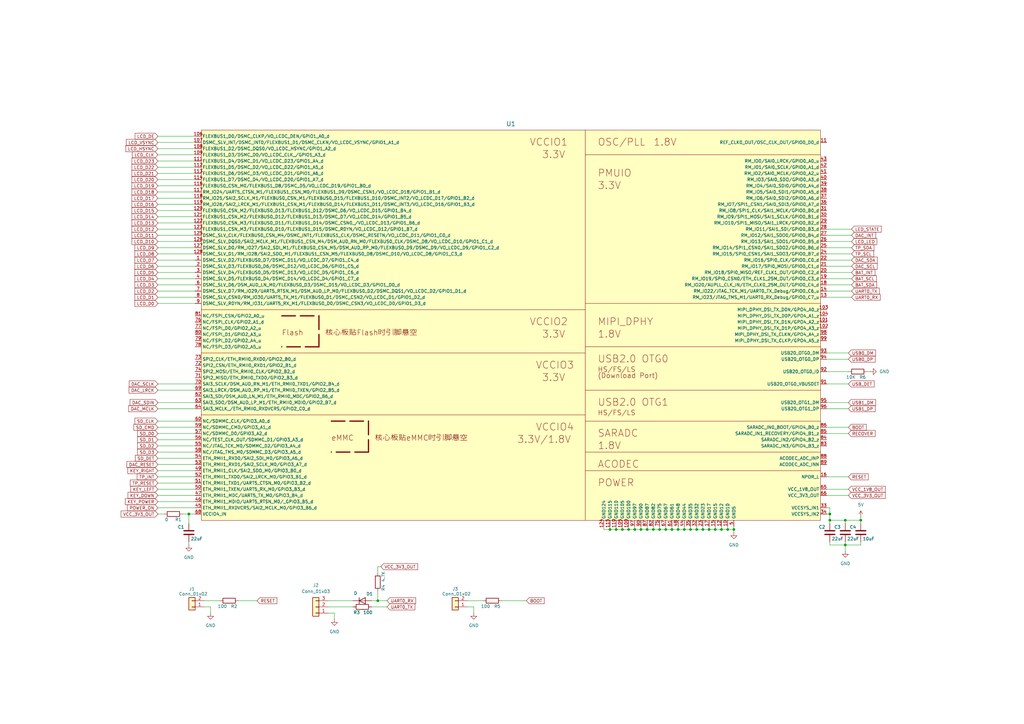
<source format=kicad_sch>
(kicad_sch (version 20250114) (generator "eeschema") (generator_version "9.0")
  (paper "A3")
  (lib_symbols
    (symbol "Connector_Generic:Conn_01x02" (pin_names (offset 1.016) (hide yes))
      (property "Reference" "J" (at 0 2.54 0))
      (property "Value" "Conn_01x02" (at 0 -5.08 0))
      (symbol "Conn_01x02_1_1"
        (rectangle (start -1.27 1.27) (end 1.27 -3.81) (stroke (width 0.254)) (fill (type background)))
        (rectangle (start -1.27 0.127) (end 0 -0.127) (stroke (width 0.1524)))
        (rectangle (start -1.27 -2.413) (end 0 -2.667) (stroke (width 0.1524)))
        (pin passive line (at -5.08 0 0) (length 3.81) (name "Pin_1") (number "1"))
        (pin passive line (at -5.08 -2.54 0) (length 3.81) (name "Pin_2") (number "2"))
      )
    )
    (symbol "Connector_Generic:Conn_01x03" (pin_names (offset 1.016) (hide yes))
      (property "Reference" "J" (at 0 5.08 0))
      (property "Value" "Conn_01x03" (at 0 -5.08 0))
      (symbol "Conn_01x03_1_1"
        (rectangle (start -1.27 3.81) (end 1.27 -3.81) (stroke (width 0.254)) (fill (type background)))
        (rectangle (start -1.27 2.667) (end 0 2.413) (stroke (width 0.1524)))
        (rectangle (start -1.27 0.127) (end 0 -0.127) (stroke (width 0.1524)))
        (rectangle (start -1.27 -2.413) (end 0 -2.667) (stroke (width 0.1524)))
        (pin passive line (at -5.08 2.54 0) (length 3.81) (name "Pin_1") (number "1"))
        (pin passive line (at -5.08 0 0) (length 3.81) (name "Pin_2") (number "2"))
        (pin passive line (at -5.08 -2.54 0) (length 3.81) (name "Pin_3") (number "3"))
      )
    )
    (symbol "Device:C" (pin_numbers (hide yes)) (pin_names (offset 0.254))
      (property "Reference" "C" (at 0.635 2.54 0))
      (property "Value" "C" (at 0.635 -2.54 0))
      (symbol "C_0_1"
        (polyline (pts (xy -2.032 0.762) (xy 2.032 0.762)) (stroke (width 0.508)))
        (polyline (pts (xy -2.032 -0.762) (xy 2.032 -0.762)) (stroke (width 0.508)))
      )
      (symbol "C_1_1"
        (pin passive line (at 0 3.81 270) (length 2.794) (name "~") (number "1"))
        (pin passive line (at 0 -3.81 90) (length 2.794) (name "~") (number "2"))
      )
    )
    (symbol "Device:D" (pin_numbers (hide yes)) (pin_names (offset 1.016) (hide yes))
      (property "Reference" "D" (at 0 2.54 0))
      (property "Value" "D" (at 0 -2.54 0))
      (symbol "D_0_1"
        (polyline (pts (xy -1.27 1.27) (xy -1.27 -1.27)) (stroke (width 0.254)))
        (polyline (pts (xy 1.27 1.27) (xy 1.27 -1.27) (xy -1.27 0) (xy 1.27 1.27)) (stroke (width 0.254)))
        (polyline (pts (xy 1.27 0) (xy -1.27 0)))
      )
      (symbol "D_1_1"
        (pin passive line (at -3.81 0 0) (length 2.54) (name "K") (number "1"))
        (pin passive line (at 3.81 0 180) (length 2.54) (name "A") (number "2"))
      )
    )
    (symbol "Device:R" (pin_numbers (hide yes)) (pin_names (offset 0))
      (property "Reference" "R" (at 2.032 0 90))
      (property "Value" "R" (at 0 0 90))
      (symbol "R_0_1"
        (rectangle (start -1.016 -2.54) (end 1.016 2.54) (stroke (width 0.254)))
      )
      (symbol "R_1_1"
        (pin passive line (at 0 3.81 270) (length 1.27) (name "~") (number "1"))
        (pin passive line (at 0 -3.81 90) (length 1.27) (name "~") (number "2"))
      )
    )
    (symbol "coloryr:SOM3562_18"
      (property "Reference" "M" (at 0 0 0))
      (symbol "SOM3562_18_1_0"
        (polyline (pts (xy 0 -73.66) (xy 157.48 -73.66)))
        (polyline (pts (xy 0 -91.44) (xy 157.48 -91.44)))
        (polyline (pts (xy 0 -116.84) (xy 157.48 -116.84)))
        (polyline (pts (xy 33.02 -76.2) (xy 48.26 -76.2)) (stroke (width 0.508) (type dash)))
        (polyline (pts (xy 48.26 -76.2) (xy 48.26 -88.9)) (stroke (width 0.508) (type dash)))
        (polyline (pts (xy 48.26 -88.9) (xy 33.02 -88.9)) (stroke (width 0.508) (type dash)))
        (polyline (pts (xy 53.34 -119.38) (xy 68.58 -119.38)) (stroke (width 0.508) (type dash)))
        (polyline (pts (xy 68.58 -119.38) (xy 68.58 -132.08)) (stroke (width 0.508) (type dash)))
        (polyline (pts (xy 68.58 -132.08) (xy 53.34 -132.08)) (stroke (width 0.508) (type dash)))
        (polyline (pts (xy 157.48 0) (xy 157.48 -160.02)))
        (rectangle (start 254 0) (end 0 -160.02) (stroke (width 0) (color 128 0 0 1)) (fill (type background)))
        (polyline (pts (xy 254 -10.16) (xy 157.48 -10.16)))
        (polyline (pts (xy 254 -71.12) (xy 157.48 -71.12)))
        (polyline (pts (xy 254 -88.9) (xy 157.48 -88.9)))
        (polyline (pts (xy 254 -106.68) (xy 157.48 -106.68)))
        (polyline (pts (xy 254 -119.38) (xy 157.48 -119.38)))
        (polyline (pts (xy 254 -132.08) (xy 157.48 -132.08)))
        (polyline (pts (xy 254 -139.7) (xy 157.48 -139.7)))
        (text "Flash" (at 33.02 -84.328 0) (effects (font (size 2.1844 2.1844)) (justify left bottom)))
        (text "核心板贴Flash时引脚悬空" (at 50.8 -84.328 0) (effects (font (size 2.1844 2.1844)) (justify left bottom)))
        (text "eMMC" (at 53.34 -127.508 0) (effects (font (size 2.1844 2.1844)) (justify left bottom)))
        (text "核心板贴eMMC时引脚悬空" (at 71.12 -127.508 0) (effects (font (size 2.1844 2.1844)) (justify left bottom)))
        (text "3.3V/1.8V" (at 129.54 -128.524 0) (effects (font (size 2.921 2.921)) (justify left bottom)))
        (text "VCCIO1" (at 134.62 -6.604 0) (effects (font (size 2.921 2.921)) (justify left bottom)))
        (text "VCCIO2" (at 134.62 -80.264 0) (effects (font (size 2.921 2.921)) (justify left bottom)))
        (text "VCCIO3" (at 137.16 -98.044 0) (effects (font (size 2.921 2.921)) (justify left bottom)))
        (text "VCCIO4" (at 137.16 -123.444 0) (effects (font (size 2.921 2.921)) (justify left bottom)))
        (text "3.3V" (at 139.7 -11.684 0) (effects (font (size 2.921 2.921)) (justify left bottom)))
        (text "3.3V" (at 139.7 -85.344 0) (effects (font (size 2.921 2.921)) (justify left bottom)))
        (text "3.3V" (at 139.7 -103.124 0) (effects (font (size 2.921 2.921)) (justify left bottom)))
        (text "OSC/PLL" (at 162.56 -6.604 0) (effects (font (size 2.921 2.921)) (justify left bottom)))
        (text "PMUIO" (at 162.56 -19.304 0) (effects (font (size 2.921 2.921)) (justify left bottom)))
        (text "3.3V" (at 162.56 -24.384 0) (effects (font (size 2.921 2.921)) (justify left bottom)))
        (text "MIPI_DPHY" (at 162.56 -80.264 0) (effects (font (size 2.921 2.921)) (justify left bottom)))
        (text "1.8V" (at 162.56 -85.344 0) (effects (font (size 2.921 2.921)) (justify left bottom)))
        (text "USB2.0 OTG0" (at 162.56 -95.504 0) (effects (font (size 2.921 2.921)) (justify left bottom)))
        (text "HS/FS/LS" (at 162.56 -99.314 0) (effects (font (size 2.0066 2.0066)) (justify left bottom)))
        (text "(Download Port)" (at 162.56 -101.854 0) (effects (font (size 2.0066 2.0066)) (justify left bottom)))
        (text "USB2.0 OTG1" (at 162.56 -113.284 0) (effects (font (size 2.921 2.921)) (justify left bottom)))
        (text "HS/FS/LS" (at 162.56 -117.094 0) (effects (font (size 2.0066 2.0066)) (justify left bottom)))
        (text "SARADC" (at 162.56 -125.984 0) (effects (font (size 2.921 2.921)) (justify left bottom)))
        (text "1.8V" (at 162.56 -131.064 0) (effects (font (size 2.921 2.921)) (justify left bottom)))
        (text "ACODEC" (at 162.56 -138.684 0) (effects (font (size 2.921 2.921)) (justify left bottom)))
        (text "POWER" (at 162.56 -146.304 0) (effects (font (size 2.921 2.921)) (justify left bottom)))
        (text "1.8V" (at 185.42 -6.604 0) (effects (font (size 2.921 2.921)) (justify left bottom)))
        (pin passive line (at -2.54 -2.54 0) (length 2.54) (name "FLEXBUS1_D0/DSMC_CLKP/VO_LCDC_DEN/GPIO1_A0_d") (number "106"))
        (pin passive line (at -2.54 -5.08 0) (length 2.54) (name "DSMC_SLV_INT/DSMC_INT0/FLEXBUS1_D1/DSMC_CLKN/VO_LCDC_VSYNC/GPIO1_A1_d") (number "107"))
        (pin passive line (at -2.54 -7.62 0) (length 2.54) (name "FLEXBUS1_D2/DSMC_DQS0/VO_LCDC_HSYNC/GPIO1_A2_d") (number "108"))
        (pin passive line (at -2.54 -10.16 0) (length 2.54) (name "FLEXBUS1_D3/DSMC_D0/VO_LCDC_CLK_/GPIO1_A3_d") (number "109"))
        (pin passive line (at -2.54 -12.7 0) (length 2.54) (name "FLEXBUS1_D4/DSMC_D1/VO_LCDC_D23/GPIO1_A4_d") (number "111"))
        (pin passive line (at -2.54 -15.24 0) (length 2.54) (name "FLEXBUS1_D5/DSMC_D2/VO_LCDC_D22/GPIO1_A5_d") (number "112"))
        (pin passive line (at -2.54 -17.78 0) (length 2.54) (name "FLEXBUS1_D6/DSMC_D3/VO_LCDC_D21/GPIO1_A6_d") (number "113"))
        (pin passive line (at -2.54 -20.32 0) (length 2.54) (name "FLEXBUS1_D7/DSMC_D4/VO_LCDC_D20/GPIO1_A7_d") (number "114"))
        (pin passive line (at -2.54 -22.86 0) (length 2.54) (name "FLEXBUS0_CSN_M0/FLEXBUS1_D8/DSMC_D5/VO_LCDC_D19/GPIO1_B0_d") (number "116"))
        (pin passive line (at -2.54 -25.4 0) (length 2.54) (name "RM_IO24/UART5_CTSN_M1/FLEXBUS1_CSN_M0/FLEXBUS1_D9/DSMC_CSN1/VO_LCDC_D18/GPIO1_B1_d") (number "117"))
        (pin passive line (at -2.54 -27.94 0) (length 2.54) (name "RM_IO25/SAI2_SCLK_M1/FLEXBUS0_CSN_M1/FLEXBUS0_D15/FLEXBUS1_D10/DSMC_INT2/VO_LCDC_D17/GPIO1_B2_d") (number "118"))
        (pin passive line (at -2.54 -30.48 0) (length 2.54) (name "RM_IO26/SAI2_LRCK_M1/FLEXBUS1_CSN_M1/FLEXBUS0_D14/FLEXBUS1_D11/DSMC_INT3/VO_LCDC_D16/GPIO1_B3_d") (number "119"))
        (pin passive line (at -2.54 -33.02 0) (length 2.54) (name "FLEXBUS0_CSN_M2/FLEXBUS0_D13/FLEXBUS1_D12/DSMC_D6/VO_LCDC_D15/GPIO1_B4_d") (number "120"))
        (pin passive line (at -2.54 -35.56 0) (length 2.54) (name "FLEXBUS1_CSN_M2/FLEXBUS0_D12/FLEXBUS1_D13/DSMC_D7/VO_LCDC_D14/GPIO1_B5_d") (number "121"))
        (pin passive line (at -2.54 -38.1 0) (length 2.54) (name "FLEXBUS0_CSN_M3/FLEXBUS0_D11/FLEXBUS1_D14/DSMC_CSN0_/VO_LCDC_D13/GPIO1_B6_d") (number "122"))
        (pin passive line (at -2.54 -40.64 0) (length 2.54) (name "FLEXBUS1_CSN_M3/FLEXBUS0_D10/FLEXBUS1_D15/DSMC_RDYN/VO_LCDC_D12/GPIO1_B7_d") (number "123"))
        (pin passive line (at -2.54 -43.18 0) (length 2.54) (name "DSMC_SLV_CLK/FLEXBUS0_CSN_M4/DSMC_INT1/FLEXBUS1_CLK/DSMC_RESETN/VO_LCDC_D11/GPIO1_C0_d") (number "125"))
        (pin passive line (at -2.54 -45.72 0) (length 2.54) (name "DSMC_SLV_DQS0/SAI2_MCLK_M1/FLEXBUS1_CSN_M4/DSM_AUD_RN_M0/FLEXBUS0_CLK/DSMC_D8/VO_LCDC_D10/GPIO1_C1_d") (number "126"))
        (pin passive line (at -2.54 -48.26 0) (length 2.54) (name "DSMC_SLV_D0/RM_IO27/SAI2_SDI_M1/FLEXBUS0_CSN_M5/DSM_AUD_RP_M0/FLEXBUS0_D9/DSMC_D9/VO_LCDC_D9/GPIO1_C2_d") (number "127"))
        (pin passive line (at -2.54 -50.8 0) (length 2.54) (name "DSMC_SLV_D1/RM_IO28/SAI2_SDO_M1/FLEXBUS1_CSN_M5/FLEXBUS0_D8/DSMC_D10/VO_LCDC_D8/GPIO1_C3_d") (number "128"))
        (pin passive line (at -2.54 -53.34 0) (length 2.54) (name "DSMC_SLV_D2/FLEXBUS0_D7/DSMC_D11/VO_LCDC_D7/GPIO1_C4_d") (number "1"))
        (pin passive line (at -2.54 -55.88 0) (length 2.54) (name "DSMC_SLV_D3/FLEXBUS0_D6/DSMC_D12/VO_LCDC_D6/GPIO1_C5_d") (number "2"))
        (pin passive line (at -2.54 -58.42 0) (length 2.54) (name "DSMC_SLV_D4/FLEXBUS0_D5/DSMC_D13/VO_LCDC_D5/GPIO1_C6_d") (number "3"))
        (pin passive line (at -2.54 -60.96 0) (length 2.54) (name "DSMC_SLV_D5/FLEXBUS0_D4/DSMC_D14/VO_LCDC_D4/GPIO1_C7_d") (number "4"))
        (pin passive line (at -2.54 -63.5 0) (length 2.54) (name "DSMC_SLV_D6/DSM_AUD_LN_M0/FLEXBUS0_D3/DSMC_D15/VO_LCDC_D3/GPIO1_D0_d") (number "6"))
        (pin passive line (at -2.54 -66.04 0) (length 2.54) (name "DSMC_SLV_D7/RM_IO29/UART5_RTSN_M1/DSM_AUD_LP_M0/FLEXBUS0_D2/DSMC_DQS1/VO_LCDC_D2/GPIO1_D1_d") (number "7"))
        (pin passive line (at -2.54 -68.58 0) (length 2.54) (name "DSMC_SLV_CSN0/RM_IO30/UART5_TX_M1/FLEXBUS0_D1/DSMC_CSN2/VO_LCDC_D1/GPIO1_D2_d") (number "8"))
        (pin passive line (at -2.54 -71.12 0) (length 2.54) (name "DSMC_SLV_RDYN/RM_IO31/UART5_RX_M1/FLEXBUS0_D0/DSMC_CSN3/VO_LCDC_D0/GPIO1_D3_d") (number "9"))
        (pin passive line (at -2.54 -76.2 0) (length 2.54) (name "NC/FSPI_CSN/GPIO2_A0_u") (number "81"))
        (pin passive line (at -2.54 -78.74 0) (length 2.54) (name "NC/FSPI_CLK/GPIO2_A1_d") (number "76"))
        (pin passive line (at -2.54 -81.28 0) (length 2.54) (name "NC/FSPI_D0/GPIO2_A2_u") (number "77"))
        (pin passive line (at -2.54 -83.82 0) (length 2.54) (name "NC/FSPI_D1/GPIO2_A3_u") (number "80"))
        (pin passive line (at -2.54 -86.36 0) (length 2.54) (name "NC/FSPI_D2/GPIO2_A4_u") (number "79"))
        (pin passive line (at -2.54 -88.9 0) (length 2.54) (name "NC/FSPI_D3/GPIO2_A5_u") (number "78"))
        (pin passive line (at -2.54 -93.98 0) (length 2.54) (name "SPI2_CLK/ETH_RMII0_RXD0/GPIO2_B0_d") (number "73"))
        (pin passive line (at -2.54 -96.52 0) (length 2.54) (name "SPI2_CSN/ETH_RMII0_RXD1/GPIO2_B1_d") (number "72"))
        (pin passive line (at -2.54 -99.06 0) (length 2.54) (name "SPI2_MOSI/ETH_RMII0_CLK/GPIO2_B2_d") (number "74"))
        (pin passive line (at -2.54 -101.6 0) (length 2.54) (name "SPI2_MISO/ETH_RMII0_TXD0/GPIO2_B3_d") (number "71"))
        (pin passive line (at -2.54 -104.14 0) (length 2.54) (name "SAI3_SCLK/DSM_AUD_RN_M1/ETH_RMII0_TXD1/GPIO2_B4_d") (number "70"))
        (pin passive line (at -2.54 -106.68 0) (length 2.54) (name "SAI3_LRCK/DSM_AUD_RP_M1/ETH_RMII0_TXEN/GPIO2_B5_d") (number "69"))
        (pin passive line (at -2.54 -109.22 0) (length 2.54) (name "SAI3_SDI/DSM_AUD_LN_M1/ETH_RMII0_MDC/GPIO2_B6_d") (number "62"))
        (pin passive line (at -2.54 -111.76 0) (length 2.54) (name "SAI3_SDO/DSM_AUD_LP_M1/ETH_RMII0_MDIO/GPIO2_B7_d") (number "63"))
        (pin passive line (at -2.54 -114.3 0) (length 2.54) (name "SAI3_MCLK_/ETH_RMII0_RXDVCRS/GPIO2_C0_d") (number "64"))
        (pin passive line (at -2.54 -119.38 0) (length 2.54) (name "NC/SDMMC_CLK/GPIO3_A0_d") (number "60"))
        (pin passive line (at -2.54 -121.92 0) (length 2.54) (name "NC/SDMMC_CMD/GPIO3_A1_d") (number "59"))
        (pin passive line (at -2.54 -124.46 0) (length 2.54) (name "NC/SDMMC_D0/GPIO3_A2_d") (number "57"))
        (pin passive line (at -2.54 -127 0) (length 2.54) (name "NC/TEST_CLK_OUT/SDMMC_D1/GPIO3_A3_d") (number "56"))
        (pin passive line (at -2.54 -129.54 0) (length 2.54) (name "NC/JTAG_TCK_M0/SDMMC_D2/GPIO3_A4_d") (number "55"))
        (pin passive line (at -2.54 -132.08 0) (length 2.54) (name "NC/JTAG_TMS_M0/SDMMC_D3/GPIO3_A5_d") (number "58"))
        (pin passive line (at -2.54 -134.62 0) (length 2.54) (name "ETH_RMII1_RXD0/SAI2_SDI_M0/GPIO3_A6_d") (number "54"))
        (pin passive line (at -2.54 -137.16 0) (length 2.54) (name "ETH_RMII1_RXD1/SAI2_SCLK_M0/GPIO3_A7_d") (number "53"))
        (pin passive line (at -2.54 -139.7 0) (length 2.54) (name "ETH_RMII1_CLK/SAI2_SDO_M0/GPIO3_B0_d") (number "49"))
        (pin passive line (at -2.54 -142.24 0) (length 2.54) (name "ETH_RMII1_TXD0/SAI2_LRCK_M0/GPIO3_B1_d") (number "52"))
        (pin passive line (at -2.54 -144.78 0) (length 2.54) (name "ETH_RMII1_TXD1/UART5_CTSN_M0/GPIO3_B2_d") (number "51"))
        (pin passive line (at -2.54 -147.32 0) (length 2.54) (name "ETH_RMII1_TXEN/UART5_RX_M0/GPIO3_B3_d") (number "50"))
        (pin passive line (at -2.54 -149.86 0) (length 2.54) (name "ETH_RMII1_MDC/UART5_TX_M0/GPIO3_B4_d") (number "47"))
        (pin passive line (at -2.54 -152.4 0) (length 2.54) (name "ETH_RMII1_MDIO/UART5_RTSN_M0/_GPIO3_B5_d") (number "46"))
        (pin passive line (at -2.54 -154.94 0) (length 2.54) (name "ETH_RMII1_RXDVCRS/SAI2_MCLK_M0/GPIO3_B6_d") (number "45"))
        (pin passive line (at -2.54 -157.48 0) (length 2.54) (name "VCCIO4_IN") (number "68"))
        (pin passive line (at 165.1 -162.56 90) (length 2.54) (name "GND124") (number "124"))
        (pin passive line (at 167.64 -162.56 90) (length 2.54) (name "GND115") (number "115"))
        (pin passive line (at 170.18 -162.56 90) (length 2.54) (name "GND110") (number "110"))
        (pin passive line (at 172.72 -162.56 90) (length 2.54) (name "GND105") (number "105"))
        (pin passive line (at 175.26 -162.56 90) (length 2.54) (name "GND100") (number "100"))
        (pin passive line (at 177.8 -162.56 90) (length 2.54) (name "GND97") (number "97"))
        (pin passive line (at 180.34 -162.56 90) (length 2.54) (name "GND90") (number "90"))
        (pin passive line (at 182.88 -162.56 90) (length 2.54) (name "GND87") (number "87"))
        (pin passive line (at 185.42 -162.56 90) (length 2.54) (name "GND82") (number "82"))
        (pin passive line (at 187.96 -162.56 90) (length 2.54) (name "GND75") (number "75"))
        (pin passive line (at 190.5 -162.56 90) (length 2.54) (name "GND67") (number "67"))
        (pin passive line (at 193.04 -162.56 90) (length 2.54) (name "GND61") (number "61"))
        (pin passive line (at 195.58 -162.56 90) (length 2.54) (name "GND48") (number "48"))
        (pin passive line (at 198.12 -162.56 90) (length 2.54) (name "GND44") (number "44"))
        (pin passive line (at 200.66 -162.56 90) (length 2.54) (name "GND35") (number "35"))
        (pin passive line (at 203.2 -162.56 90) (length 2.54) (name "GND32") (number "32"))
        (pin passive line (at 205.74 -162.56 90) (length 2.54) (name "GND23") (number "23"))
        (pin passive line (at 208.28 -162.56 90) (length 2.54) (name "GND17") (number "17"))
        (pin passive line (at 210.82 -162.56 90) (length 2.54) (name "GND15") (number "15"))
        (pin passive line (at 213.36 -162.56 90) (length 2.54) (name "GND12") (number "12"))
        (pin passive line (at 215.9 -162.56 90) (length 2.54) (name "GND10") (number "10"))
        (pin passive line (at 218.44 -162.56 90) (length 2.54) (name "GND5") (number "5"))
        (pin passive line (at 256.54 -5.08 180) (length 2.54) (name "REF_CLK0_OUT/OSC_CLK_OUT/GPIO0_D0_d") (number "11"))
        (pin passive line (at 256.54 -12.7 180) (length 2.54) (name "RM_IO0/SAI0_LRCK/GPIO0_A0_u") (number "43"))
        (pin passive line (at 256.54 -15.24 180) (length 2.54) (name "RM_IO1/SAI0_SCLK/GPIO0_A1_d") (number "42"))
        (pin passive line (at 256.54 -17.78 180) (length 2.54) (name "RM_IO2/SAI0_MCLK/GPIO0_A2_u") (number "41"))
        (pin passive line (at 256.54 -20.32 180) (length 2.54) (name "RM_IO3/SAI0_SDO/GPIO0_A3_d") (number "40"))
        (pin passive line (at 256.54 -22.86 180) (length 2.54) (name "RM_IO4/SAI0_SDI0/GPIO0_A4_d") (number "39"))
        (pin passive line (at 256.54 -25.4 180) (length 2.54) (name "RM_IO5/SAI0_SDI1/GPIO0_A5_d") (number "38"))
        (pin passive line (at 256.54 -27.94 180) (length 2.54) (name "RM_IO6/SAI0_SDI2/GPIO0_A6_d") (number "37"))
        (pin passive line (at 256.54 -30.48 180) (length 2.54) (name "RM_IO7/SPI1_CSN1/SAI0_SDI3/GPIO0_A7_d") (number "36"))
        (pin passive line (at 256.54 -33.02 180) (length 2.54) (name "RM_IO8/SPI1_CLK/SAI1_MCLK/GPIO0_B0_d") (number "31"))
        (pin passive line (at 256.54 -35.56 180) (length 2.54) (name "RM_IO9/SPI1_MOSI/SAI1_SCLK/GPIO0_B1_d") (number "30"))
        (pin passive line (at 256.54 -38.1 180) (length 2.54) (name "RM_IO10/SPI1_MISO/SAI1_LRCK/GPIO0_B2_d") (number "29"))
        (pin passive line (at 256.54 -40.64 180) (length 2.54) (name "RM_IO11/SAI1_SDI/GPIO0_B3_d") (number "28"))
        (pin passive line (at 256.54 -43.18 180) (length 2.54) (name "RM_IO12/SAI1_SDO0/GPIO0_B4_d") (number "27"))
        (pin passive line (at 256.54 -45.72 180) (length 2.54) (name "RM_IO13/SAI1_SDO1/GPIO0_B5_d") (number "26"))
        (pin passive line (at 256.54 -48.26 180) (length 2.54) (name "RM_IO14/SPI1_CSN0/SAI1_SDO2/GPIO0_B6_d") (number "25"))
        (pin passive line (at 256.54 -50.8 180) (length 2.54) (name "RM_IO15/SPI0_CSN1/SAI1_SDO3/GPIO0_B7_d") (number "24"))
        (pin passive line (at 256.54 -53.34 180) (length 2.54) (name "RM_IO16/SPI0_CLK/GPIO0_C0_d") (number "22"))
        (pin passive line (at 256.54 -55.88 180) (length 2.54) (name "RM_IO17/SPI0_MOSI/GPIO0_C1_d") (number "21"))
        (pin passive line (at 256.54 -58.42 180) (length 2.54) (name "RM_IO18/SPI0_MISO/REF_CLK1_OUT/GPIO0_C2_d") (number "20"))
        (pin passive line (at 256.54 -60.96 180) (length 2.54) (name "RM_IO19/SPI0_CSN0/ETH_CLK1_25M_OUT/GPIO0_C3_d") (number "19"))
        (pin passive line (at 256.54 -63.5 180) (length 2.54) (name "RM_IO20/AUPLL_CLK_IN/ETH_CLK0_25M_OUT/GPIO0_C4_d") (number "18"))
        (pin passive line (at 256.54 -66.04 180) (length 2.54) (name "RM_IO22/JTAG_TCK_M1/UART0_TX_Debug/GPIO0_C6_u") (number "14"))
        (pin passive line (at 256.54 -68.58 180) (length 2.54) (name "RM_IO23/JTAG_TMS_M1/UART0_RX_Debug/GPIO0_C7_u") (number "13"))
        (pin passive line (at 256.54 -73.66 180) (length 2.54) (name "MIPI_DPHY_DSI_TX_D0N/GPO4_A0_z") (number "103"))
        (pin passive line (at 256.54 -76.2 180) (length 2.54) (name "MIPI_DPHY_DSI_TX_D0P/GPO4_A1_z") (number "104"))
        (pin passive line (at 256.54 -78.74 180) (length 2.54) (name "MIPI_DPHY_DSI_TX_D1N/GPO4_A2_z") (number "101"))
        (pin passive line (at 256.54 -81.28 180) (length 2.54) (name "MIPI_DPHY_DSI_TX_D1P/GPO4_A3_z") (number "102"))
        (pin passive line (at 256.54 -83.82 180) (length 2.54) (name "MIPI_DPHY_DSI_TX_CLKN/GPO4_A4_z") (number "98"))
        (pin passive line (at 256.54 -86.36 180) (length 2.54) (name "MIPI_DPHY_DSI_TX_CLKP/GPO4_A5_z") (number "99"))
        (pin passive line (at 256.54 -91.44 180) (length 2.54) (name "USB20_OTG0_DM") (number "93"))
        (pin passive line (at 256.54 -93.98 180) (length 2.54) (name "USB20_OTG0_DP") (number "94"))
        (pin passive line (at 256.54 -99.06 180) (length 2.54) (name "USB20_OTG0_ID") (number "92"))
        (pin passive line (at 256.54 -104.14 180) (length 2.54) (name "USB20_OTG0_VBUSDET") (number "91"))
        (pin passive line (at 256.54 -111.76 180) (length 2.54) (name "USB20_OTG1_DM") (number "95"))
        (pin passive line (at 256.54 -114.3 180) (length 2.54) (name "USB20_OTG1_DP") (number "96"))
        (pin passive line (at 256.54 -121.92 180) (length 2.54) (name "SARADC_IN0_BOOT/GPIO4_B0_z") (number "86"))
        (pin passive line (at 256.54 -124.46 180) (length 2.54) (name "SARADC_IN1_RECOVERY/GPIO4_B1_z") (number "85"))
        (pin passive line (at 256.54 -127 180) (length 2.54) (name "SARADC_IN2/GPIO4_B2_z") (number "84"))
        (pin passive line (at 256.54 -129.54 180) (length 2.54) (name "SARADC_IN3/GPIO4_B3_z") (number "83"))
        (pin passive line (at 256.54 -134.62 180) (length 2.54) (name "ACODEC_ADC_INP") (number "88"))
        (pin passive line (at 256.54 -137.16 180) (length 2.54) (name "ACODEC_ADC_INN") (number "89"))
        (pin passive line (at 256.54 -142.24 180) (length 2.54) (name "NPOR_L") (number "16"))
        (pin passive line (at 256.54 -147.32 180) (length 2.54) (name "VCC_1V8_OUT") (number "65"))
        (pin passive line (at 256.54 -149.86 180) (length 2.54) (name "VCC_3V3_OUT") (number "66"))
        (pin passive line (at 256.54 -154.94 180) (length 2.54) (name "VCCSYS_IN1") (number "33"))
        (pin passive line (at 256.54 -157.48 180) (length 2.54) (name "VCCSYS_IN2") (number "34"))
      )
    )
    (symbol "power:GND" (power) (pin_numbers (hide yes)) (pin_names (offset 0) (hide yes))
      (property "Value" "GND" (at 0 -3.81 0))
      (symbol "GND_0_1"
        (polyline (pts (xy 0 0) (xy 0 -1.27) (xy 1.27 -1.27) (xy 0 -2.54) (xy -1.27 -1.27) (xy 0 -1.27)))
      )
      (symbol "GND_1_1"
        (pin power_in line (at 0 0 270) (length 0) (name "~") (number "1"))
      )
    )
    (symbol "power:VCC" (power) (pin_numbers (hide yes)) (pin_names (offset 0) (hide yes))
      (property "Value" "VCC" (at 0 3.556 0))
      (symbol "VCC_0_1"
        (polyline (pts (xy -0.762 1.27) (xy 0 2.54)))
        (polyline (pts (xy 0 2.54) (xy 0.762 1.27)))
        (polyline (pts (xy 0 0) (xy 0 2.54)))
      )
      (symbol "VCC_1_1"
        (pin power_in line (at 0 0 90) (length 0) (name "~") (number "1"))
      )
    )
  )
  (junction (at 267.97 217.17))
  (junction (at 298.45 217.17))
  (junction (at 77.47 210.82))
  (junction (at 300.99 217.17))
  (junction (at 252.73 217.17))
  (junction (at 154.94 246.38))
  (junction (at 270.51 217.17))
  (junction (at 353.06 213.36))
  (junction (at 250.19 217.17))
  (junction (at 346.71 213.36))
  (junction (at 285.75 217.17))
  (junction (at 278.13 217.17))
  (junction (at 288.29 217.17))
  (junction (at 275.59 217.17))
  (junction (at 290.83 217.17))
  (junction (at 265.43 217.17))
  (junction (at 260.35 217.17))
  (junction (at 346.71 223.52))
  (junction (at 293.37 217.17))
  (junction (at 257.81 217.17))
  (junction (at 255.27 217.17))
  (junction (at 280.67 217.17))
  (junction (at 340.36 210.82))
  (junction (at 283.21 217.17))
  (junction (at 295.91 217.17))
  (junction (at 273.05 217.17))
  (junction (at 262.89 217.17))
  (junction (at 340.36 213.36))
  (wire (pts (xy 267.97 217.17) (xy 265.43 217.17)))
  (wire (pts (xy 64.77 93.98) (xy 80.01 93.98)))
  (wire (pts (xy 137.16 251.46) (xy 137.16 254)))
  (wire (pts (xy 64.77 88.9) (xy 80.01 88.9)))
  (wire (pts (xy 346.71 223.52) (xy 340.36 223.52)))
  (wire (pts (xy 152.4 246.38) (xy 154.94 246.38)))
  (wire (pts (xy 255.27 217.17) (xy 252.73 217.17)))
  (wire (pts (xy 194.31 248.92) (xy 194.31 251.46)))
  (wire (pts (xy 64.77 172.72) (xy 80.01 172.72)))
  (wire (pts (xy 346.71 213.36) (xy 353.06 213.36)))
  (wire (pts (xy 77.47 222.25) (xy 77.47 223.52)))
  (wire (pts (xy 86.36 248.92) (xy 86.36 251.46)))
  (wire (pts (xy 64.77 119.38) (xy 80.01 119.38)))
  (wire (pts (xy 64.77 109.22) (xy 80.01 109.22)))
  (wire (pts (xy 339.09 116.84) (xy 349.25 116.84)))
  (wire (pts (xy 134.62 246.38) (xy 144.78 246.38)))
  (wire (pts (xy 191.77 246.38) (xy 198.12 246.38)))
  (wire (pts (xy 283.21 217.17) (xy 280.67 217.17)))
  (wire (pts (xy 339.09 208.28) (xy 340.36 208.28)))
  (wire (pts (xy 295.91 217.17) (xy 293.37 217.17)))
  (wire (pts (xy 288.29 217.17) (xy 285.75 217.17)))
  (wire (pts (xy 290.83 215.9) (xy 290.83 217.17)))
  (wire (pts (xy 64.77 81.28) (xy 80.01 81.28)))
  (wire (pts (xy 339.09 177.8) (xy 347.98 177.8)))
  (wire (pts (xy 156.21 232.41) (xy 154.94 232.41)))
  (wire (pts (xy 355.6 152.4) (xy 356.87 152.4)))
  (wire (pts (xy 353.06 214.63) (xy 353.06 213.36)))
  (wire (pts (xy 257.81 217.17) (xy 255.27 217.17)))
  (wire (pts (xy 340.36 222.25) (xy 340.36 223.52)))
  (wire (pts (xy 64.77 101.6) (xy 80.01 101.6)))
  (wire (pts (xy 339.09 167.64) (xy 347.98 167.64)))
  (wire (pts (xy 247.65 217.17) (xy 247.65 215.9)))
  (wire (pts (xy 280.67 217.17) (xy 278.13 217.17)))
  (wire (pts (xy 300.99 215.9) (xy 300.99 217.17)))
  (wire (pts (xy 64.77 104.14) (xy 80.01 104.14)))
  (wire (pts (xy 134.62 251.46) (xy 137.16 251.46)))
  (wire (pts (xy 339.09 104.14) (xy 349.25 104.14)))
  (wire (pts (xy 64.77 68.58) (xy 80.01 68.58)))
  (wire (pts (xy 339.09 106.68) (xy 349.25 106.68)))
  (wire (pts (xy 288.29 215.9) (xy 288.29 217.17)))
  (wire (pts (xy 346.71 213.36) (xy 340.36 213.36)))
  (wire (pts (xy 290.83 217.17) (xy 288.29 217.17)))
  (wire (pts (xy 134.62 248.92) (xy 144.78 248.92)))
  (wire (pts (xy 293.37 215.9) (xy 293.37 217.17)))
  (wire (pts (xy 64.77 114.3) (xy 80.01 114.3)))
  (wire (pts (xy 346.71 223.52) (xy 346.71 226.06)))
  (wire (pts (xy 280.67 215.9) (xy 280.67 217.17)))
  (wire (pts (xy 97.79 246.38) (xy 105.41 246.38)))
  (wire (pts (xy 83.82 246.38) (xy 90.17 246.38)))
  (wire (pts (xy 260.35 215.9) (xy 260.35 217.17)))
  (wire (pts (xy 262.89 215.9) (xy 262.89 217.17)))
  (wire (pts (xy 339.09 121.92) (xy 349.25 121.92)))
  (wire (pts (xy 339.09 157.48) (xy 347.98 157.48)))
  (wire (pts (xy 339.09 96.52) (xy 349.25 96.52)))
  (wire (pts (xy 64.77 66.04) (xy 80.01 66.04)))
  (wire (pts (xy 285.75 217.17) (xy 283.21 217.17)))
  (wire (pts (xy 339.09 99.06) (xy 349.25 99.06)))
  (wire (pts (xy 64.77 177.8) (xy 80.01 177.8)))
  (wire (pts (xy 64.77 76.2) (xy 80.01 76.2)))
  (wire (pts (xy 64.77 185.42) (xy 80.01 185.42)))
  (wire (pts (xy 275.59 217.17) (xy 273.05 217.17)))
  (wire (pts (xy 64.77 210.82) (xy 67.31 210.82)))
  (wire (pts (xy 64.77 157.48) (xy 80.01 157.48)))
  (wire (pts (xy 339.09 152.4) (xy 347.98 152.4)))
  (wire (pts (xy 64.77 165.1) (xy 80.01 165.1)))
  (wire (pts (xy 339.09 144.78) (xy 347.98 144.78)))
  (wire (pts (xy 285.75 215.9) (xy 285.75 217.17)))
  (wire (pts (xy 64.77 198.12) (xy 80.01 198.12)))
  (wire (pts (xy 64.77 175.26) (xy 80.01 175.26)))
  (wire (pts (xy 340.36 208.28) (xy 340.36 210.82)))
  (wire (pts (xy 265.43 215.9) (xy 265.43 217.17)))
  (wire (pts (xy 353.06 223.52) (xy 346.71 223.52)))
  (wire (pts (xy 270.51 215.9) (xy 270.51 217.17)))
  (wire (pts (xy 250.19 217.17) (xy 247.65 217.17)))
  (wire (pts (xy 339.09 210.82) (xy 340.36 210.82)))
  (wire (pts (xy 278.13 215.9) (xy 278.13 217.17)))
  (wire (pts (xy 339.09 165.1) (xy 347.98 165.1)))
  (wire (pts (xy 353.06 212.09) (xy 353.06 213.36)))
  (wire (pts (xy 339.09 101.6) (xy 349.25 101.6)))
  (wire (pts (xy 339.09 93.98) (xy 349.25 93.98)))
  (wire (pts (xy 353.06 222.25) (xy 353.06 223.52)))
  (wire (pts (xy 340.36 213.36) (xy 340.36 214.63)))
  (wire (pts (xy 64.77 121.92) (xy 80.01 121.92)))
  (wire (pts (xy 64.77 124.46) (xy 80.01 124.46)))
  (wire (pts (xy 260.35 217.17) (xy 257.81 217.17)))
  (wire (pts (xy 154.94 246.38) (xy 158.75 246.38)))
  (wire (pts (xy 64.77 200.66) (xy 80.01 200.66)))
  (wire (pts (xy 339.09 111.76) (xy 349.25 111.76)))
  (wire (pts (xy 64.77 78.74) (xy 80.01 78.74)))
  (wire (pts (xy 273.05 217.17) (xy 270.51 217.17)))
  (wire (pts (xy 339.09 200.66) (xy 347.98 200.66)))
  (wire (pts (xy 273.05 215.9) (xy 273.05 217.17)))
  (wire (pts (xy 64.77 182.88) (xy 80.01 182.88)))
  (wire (pts (xy 346.71 222.25) (xy 346.71 223.52)))
  (wire (pts (xy 154.94 232.41) (xy 154.94 234.95)))
  (wire (pts (xy 339.09 114.3) (xy 349.25 114.3)))
  (wire (pts (xy 64.77 160.02) (xy 80.01 160.02)))
  (wire (pts (xy 300.99 217.17) (xy 298.45 217.17)))
  (wire (pts (xy 64.77 208.28) (xy 80.01 208.28)))
  (wire (pts (xy 295.91 215.9) (xy 295.91 217.17)))
  (wire (pts (xy 278.13 217.17) (xy 275.59 217.17)))
  (wire (pts (xy 339.09 119.38) (xy 349.25 119.38)))
  (wire (pts (xy 64.77 167.64) (xy 80.01 167.64)))
  (wire (pts (xy 154.94 242.57) (xy 154.94 246.38)))
  (wire (pts (xy 64.77 203.2) (xy 80.01 203.2)))
  (wire (pts (xy 339.09 109.22) (xy 349.25 109.22)))
  (wire (pts (xy 64.77 58.42) (xy 80.01 58.42)))
  (wire (pts (xy 257.81 215.9) (xy 257.81 217.17)))
  (wire (pts (xy 64.77 83.82) (xy 80.01 83.82)))
  (wire (pts (xy 64.77 91.44) (xy 80.01 91.44)))
  (wire (pts (xy 339.09 195.58) (xy 347.98 195.58)))
  (wire (pts (xy 265.43 217.17) (xy 262.89 217.17)))
  (wire (pts (xy 300.99 217.17) (xy 300.99 218.44)))
  (wire (pts (xy 275.59 215.9) (xy 275.59 217.17)))
  (wire (pts (xy 152.4 248.92) (xy 158.75 248.92)))
  (wire (pts (xy 339.09 203.2) (xy 347.98 203.2)))
  (wire (pts (xy 191.77 248.92) (xy 194.31 248.92)))
  (wire (pts (xy 64.77 193.04) (xy 80.01 193.04)))
  (wire (pts (xy 339.09 147.32) (xy 347.98 147.32)))
  (wire (pts (xy 298.45 215.9) (xy 298.45 217.17)))
  (wire (pts (xy 77.47 210.82) (xy 80.01 210.82)))
  (wire (pts (xy 83.82 248.92) (xy 86.36 248.92)))
  (wire (pts (xy 270.51 217.17) (xy 267.97 217.17)))
  (wire (pts (xy 64.77 86.36) (xy 80.01 86.36)))
  (wire (pts (xy 293.37 217.17) (xy 290.83 217.17)))
  (wire (pts (xy 64.77 187.96) (xy 80.01 187.96)))
  (wire (pts (xy 205.74 246.38) (xy 215.9 246.38)))
  (wire (pts (xy 64.77 55.88) (xy 80.01 55.88)))
  (wire (pts (xy 252.73 215.9) (xy 252.73 217.17)))
  (wire (pts (xy 252.73 217.17) (xy 250.19 217.17)))
  (wire (pts (xy 346.71 214.63) (xy 346.71 213.36)))
  (wire (pts (xy 64.77 111.76) (xy 80.01 111.76)))
  (wire (pts (xy 267.97 215.9) (xy 267.97 217.17)))
  (wire (pts (xy 64.77 60.96) (xy 80.01 60.96)))
  (wire (pts (xy 64.77 116.84) (xy 80.01 116.84)))
  (wire (pts (xy 298.45 217.17) (xy 295.91 217.17)))
  (wire (pts (xy 74.93 210.82) (xy 77.47 210.82)))
  (wire (pts (xy 64.77 180.34) (xy 80.01 180.34)))
  (wire (pts (xy 250.19 215.9) (xy 250.19 217.17)))
  (wire (pts (xy 64.77 71.12) (xy 80.01 71.12)))
  (wire (pts (xy 77.47 210.82) (xy 77.47 214.63)))
  (wire (pts (xy 64.77 99.06) (xy 80.01 99.06)))
  (wire (pts (xy 255.27 215.9) (xy 255.27 217.17)))
  (wire (pts (xy 64.77 63.5) (xy 80.01 63.5)))
  (wire (pts (xy 64.77 195.58) (xy 80.01 195.58)))
  (wire (pts (xy 64.77 96.52) (xy 80.01 96.52)))
  (wire (pts (xy 262.89 217.17) (xy 260.35 217.17)))
  (wire (pts (xy 339.09 175.26) (xy 347.98 175.26)))
  (wire (pts (xy 340.36 210.82) (xy 340.36 213.36)))
  (wire (pts (xy 64.77 190.5) (xy 80.01 190.5)))
  (wire (pts (xy 64.77 205.74) (xy 80.01 205.74)))
  (wire (pts (xy 283.21 215.9) (xy 283.21 217.17)))
  (wire (pts (xy 64.77 73.66) (xy 80.01 73.66)))
  (wire (pts (xy 64.77 106.68) (xy 80.01 106.68)))
  (global_label "TP_RESET" (shape input) (at 64.77 198.12 180) (property "Intersheetrefs" "${INTERSHEET_REFS}" (effects (hide yes))))
  (global_label "UART0_TX" (shape input) (at 158.75 248.92 0) (property "Intersheetrefs" "${INTERSHEET_REFS}" (effects (hide yes))))
  (global_label "LCD_D8" (shape input) (at 64.77 104.14 180) (property "Intersheetrefs" "${INTERSHEET_REFS}" (effects (hide yes))))
  (global_label "VCC_1V8_OUT" (shape input) (at 347.98 200.66 0) (property "Intersheetrefs" "${INTERSHEET_REFS}" (effects (hide yes))))
  (global_label "LCD_D15" (shape input) (at 64.77 86.36 180) (property "Intersheetrefs" "${INTERSHEET_REFS}" (effects (hide yes))))
  (global_label "VCC_3V3_OUT" (shape input) (at 64.77 210.82 180) (property "Intersheetrefs" "${INTERSHEET_REFS}" (effects (hide yes))))
  (global_label "LCD_D12" (shape input) (at 64.77 93.98 180) (property "Intersheetrefs" "${INTERSHEET_REFS}" (effects (hide yes))))
  (global_label "RESET" (shape input) (at 105.41 246.38 0) (property "Intersheetrefs" "${INTERSHEET_REFS}" (effects (hide yes))))
  (global_label "LCD_D22" (shape input) (at 64.77 68.58 180) (property "Intersheetrefs" "${INTERSHEET_REFS}" (effects (hide yes))))
  (global_label "SD_D3" (shape input) (at 64.77 185.42 180) (property "Intersheetrefs" "${INTERSHEET_REFS}" (effects (hide yes))))
  (global_label "LCD_DE" (shape input) (at 64.77 55.88 180) (property "Intersheetrefs" "${INTERSHEET_REFS}" (effects (hide yes))))
  (global_label "LCD_D3" (shape input) (at 64.77 116.84 180) (property "Intersheetrefs" "${INTERSHEET_REFS}" (effects (hide yes))))
  (global_label "USB1_DM" (shape input) (at 347.98 165.1 0) (property "Intersheetrefs" "${INTERSHEET_REFS}" (effects (hide yes))))
  (global_label "UART0_RX" (shape input) (at 158.75 246.38 0) (property "Intersheetrefs" "${INTERSHEET_REFS}" (effects (hide yes))))
  (global_label "KEY_POWER" (shape input) (at 64.77 205.74 180) (property "Intersheetrefs" "${INTERSHEET_REFS}" (effects (hide yes))))
  (global_label "LCD_D19" (shape input) (at 64.77 76.2 180) (property "Intersheetrefs" "${INTERSHEET_REFS}" (effects (hide yes))))
  (global_label "UART0_TX" (shape input) (at 349.25 119.38 0) (property "Intersheetrefs" "${INTERSHEET_REFS}" (effects (hide yes))))
  (global_label "DAC_SCLK" (shape input) (at 64.77 157.48 180) (property "Intersheetrefs" "${INTERSHEET_REFS}" (effects (hide yes))))
  (global_label "LCD_D5" (shape input) (at 64.77 111.76 180) (property "Intersheetrefs" "${INTERSHEET_REFS}" (effects (hide yes))))
  (global_label "SD_DET" (shape input) (at 64.77 187.96 180) (property "Intersheetrefs" "${INTERSHEET_REFS}" (effects (hide yes))))
  (global_label "LCD_D0" (shape input) (at 64.77 124.46 180) (property "Intersheetrefs" "${INTERSHEET_REFS}" (effects (hide yes))))
  (global_label "SD_CLK" (shape input) (at 64.77 172.72 180) (property "Intersheetrefs" "${INTERSHEET_REFS}" (effects (hide yes))))
  (global_label "LCD_D6" (shape input) (at 64.77 109.22 180) (property "Intersheetrefs" "${INTERSHEET_REFS}" (effects (hide yes))))
  (global_label "LCD_CLK" (shape input) (at 64.77 63.5 180) (property "Intersheetrefs" "${INTERSHEET_REFS}" (effects (hide yes))))
  (global_label "UART0_RX" (shape input) (at 349.25 121.92 0) (property "Intersheetrefs" "${INTERSHEET_REFS}" (effects (hide yes))))
  (global_label "DAC_RESET" (shape input) (at 64.77 190.5 180) (property "Intersheetrefs" "${INTERSHEET_REFS}" (effects (hide yes))))
  (global_label "LCD_D4" (shape input) (at 64.77 114.3 180) (property "Intersheetrefs" "${INTERSHEET_REFS}" (effects (hide yes))))
  (global_label "DAC_MCLK" (shape input) (at 64.77 167.64 180) (property "Intersheetrefs" "${INTERSHEET_REFS}" (effects (hide yes))))
  (global_label "LCD_D2" (shape input) (at 64.77 119.38 180) (property "Intersheetrefs" "${INTERSHEET_REFS}" (effects (hide yes))))
  (global_label "LCD_D16" (shape input) (at 64.77 83.82 180) (property "Intersheetrefs" "${INTERSHEET_REFS}" (effects (hide yes))))
  (global_label "DAC_INT" (shape input) (at 349.25 96.52 0) (property "Intersheetrefs" "${INTERSHEET_REFS}" (effects (hide yes))))
  (global_label "SD_D0" (shape input) (at 64.77 177.8 180) (property "Intersheetrefs" "${INTERSHEET_REFS}" (effects (hide yes))))
  (global_label "BOOT" (shape input) (at 347.98 175.26 0) (property "Intersheetrefs" "${INTERSHEET_REFS}" (effects (hide yes))))
  (global_label "LCD_D13" (shape input) (at 64.77 91.44 180) (property "Intersheetrefs" "${INTERSHEET_REFS}" (effects (hide yes))))
  (global_label "DAC_LRCK" (shape input) (at 64.77 160.02 180) (property "Intersheetrefs" "${INTERSHEET_REFS}" (effects (hide yes))))
  (global_label "USB0_DM" (shape input) (at 347.98 144.78 0) (property "Intersheetrefs" "${INTERSHEET_REFS}" (effects (hide yes))))
  (global_label "USB0_DP" (shape input) (at 347.98 147.32 0) (property "Intersheetrefs" "${INTERSHEET_REFS}" (effects (hide yes))))
  (global_label "LCD_D1" (shape input) (at 64.77 121.92 180) (property "Intersheetrefs" "${INTERSHEET_REFS}" (effects (hide yes))))
  (global_label "SD_D2" (shape input) (at 64.77 182.88 180) (property "Intersheetrefs" "${INTERSHEET_REFS}" (effects (hide yes))))
  (global_label "VCC_3V3_OUT" (shape input) (at 347.98 203.2 0) (property "Intersheetrefs" "${INTERSHEET_REFS}" (effects (hide yes))))
  (global_label "LCD_D17" (shape input) (at 64.77 81.28 180) (property "Intersheetrefs" "${INTERSHEET_REFS}" (effects (hide yes))))
  (global_label "BAT_SDA" (shape input) (at 349.25 116.84 0) (property "Intersheetrefs" "${INTERSHEET_REFS}" (effects (hide yes))))
  (global_label "DAC_SCL" (shape input) (at 349.25 109.22 0) (property "Intersheetrefs" "${INTERSHEET_REFS}" (effects (hide yes))))
  (global_label "LCD_D9" (shape input) (at 64.77 101.6 180) (property "Intersheetrefs" "${INTERSHEET_REFS}" (effects (hide yes))))
  (global_label "LCD_D10" (shape input) (at 64.77 99.06 180) (property "Intersheetrefs" "${INTERSHEET_REFS}" (effects (hide yes))))
  (global_label "BOOT" (shape input) (at 215.9 246.38 0) (property "Intersheetrefs" "${INTERSHEET_REFS}" (effects (hide yes))))
  (global_label "BAT_SCL" (shape input) (at 349.25 114.3 0) (property "Intersheetrefs" "${INTERSHEET_REFS}" (effects (hide yes))))
  (global_label "TP_SCL" (shape input) (at 349.25 104.14 0) (property "Intersheetrefs" "${INTERSHEET_REFS}" (effects (hide yes))))
  (global_label "USB1_DP" (shape input) (at 347.98 167.64 0) (property "Intersheetrefs" "${INTERSHEET_REFS}" (effects (hide yes))))
  (global_label "RECOVER" (shape input) (at 347.98 177.8 0) (property "Intersheetrefs" "${INTERSHEET_REFS}" (effects (hide yes))))
  (global_label "SD_D1" (shape input) (at 64.77 180.34 180) (property "Intersheetrefs" "${INTERSHEET_REFS}" (effects (hide yes))))
  (global_label "DAC_SDA" (shape input) (at 349.25 106.68 0) (property "Intersheetrefs" "${INTERSHEET_REFS}" (effects (hide yes))))
  (global_label "KEY_LEFT" (shape input) (at 64.77 200.66 180) (property "Intersheetrefs" "${INTERSHEET_REFS}" (effects (hide yes))))
  (global_label "BAT_INT" (shape input) (at 349.25 111.76 0) (property "Intersheetrefs" "${INTERSHEET_REFS}" (effects (hide yes))))
  (global_label "LCD_D14" (shape input) (at 64.77 88.9 180) (property "Intersheetrefs" "${INTERSHEET_REFS}" (effects (hide yes))))
  (global_label "TP_INT" (shape input) (at 64.77 195.58 180) (property "Intersheetrefs" "${INTERSHEET_REFS}" (effects (hide yes))))
  (global_label "LCD_LED" (shape input) (at 349.25 99.06 0) (property "Intersheetrefs" "${INTERSHEET_REFS}" (effects (hide yes))))
  (global_label "LCD_D21" (shape input) (at 64.77 71.12 180) (property "Intersheetrefs" "${INTERSHEET_REFS}" (effects (hide yes))))
  (global_label "USB_DET" (shape input) (at 347.98 157.48 0) (property "Intersheetrefs" "${INTERSHEET_REFS}" (effects (hide yes))))
  (global_label "SD_CMD" (shape input) (at 64.77 175.26 180) (property "Intersheetrefs" "${INTERSHEET_REFS}" (effects (hide yes))))
  (global_label "LCD_D20" (shape input) (at 64.77 73.66 180) (property "Intersheetrefs" "${INTERSHEET_REFS}" (effects (hide yes))))
  (global_label "LCD_HSYNC" (shape input) (at 64.77 60.96 180) (property "Intersheetrefs" "${INTERSHEET_REFS}" (effects (hide yes))))
  (global_label "RESET" (shape input) (at 347.98 195.58 0) (property "Intersheetrefs" "${INTERSHEET_REFS}" (effects (hide yes))))
  (global_label "LCD_VSYNC" (shape input) (at 64.77 58.42 180) (property "Intersheetrefs" "${INTERSHEET_REFS}" (effects (hide yes))))
  (global_label "LCD_D7" (shape input) (at 64.77 106.68 180) (property "Intersheetrefs" "${INTERSHEET_REFS}" (effects (hide yes))))
  (global_label "POWER_ON" (shape input) (at 64.77 208.28 180) (property "Intersheetrefs" "${INTERSHEET_REFS}" (effects (hide yes))))
  (global_label "KEY_RIGHT" (shape input) (at 64.77 193.04 180) (property "Intersheetrefs" "${INTERSHEET_REFS}" (effects (hide yes))))
  (global_label "DAC_SDIN" (shape input) (at 64.77 165.1 180) (property "Intersheetrefs" "${INTERSHEET_REFS}" (effects (hide yes))))
  (global_label "VCC_3V3_OUT" (shape input) (at 156.21 232.41 0) (property "Intersheetrefs" "${INTERSHEET_REFS}" (effects (hide yes))))
  (global_label "LCD_D23" (shape input) (at 64.77 66.04 180) (property "Intersheetrefs" "${INTERSHEET_REFS}" (effects (hide yes))))
  (global_label "LED_STATE" (shape input) (at 349.25 93.98 0) (property "Intersheetrefs" "${INTERSHEET_REFS}" (effects (hide yes))))
  (global_label "TP_SDA" (shape input) (at 349.25 101.6 0) (property "Intersheetrefs" "${INTERSHEET_REFS}" (effects (hide yes))))
  (global_label "LCD_D18" (shape input) (at 64.77 78.74 180) (property "Intersheetrefs" "${INTERSHEET_REFS}" (effects (hide yes))))
  (global_label "LCD_D11" (shape input) (at 64.77 96.52 180) (property "Intersheetrefs" "${INTERSHEET_REFS}" (effects (hide yes))))
  (global_label "KEY_DOWN" (shape input) (at 64.77 203.2 180) (property "Intersheetrefs" "${INTERSHEET_REFS}" (effects (hide yes))))
  (symbol (lib_id "Connector_Generic:Conn_01x02") (at 186.69 248.92 180) (unit 1)
    (property "Reference" "J3" (at 186.69 241.554 0))
    (property "Value" "Conn_01x02" (at 187.198 243.586 0))
    (property "Footprint" "Connector_PinHeader_2.00mm:PinHeader_1x02_P2.00mm_Vertical" (effects (hide yes)))
    (property "Description" "Generic connector, single row, 01x02, script generated (kicad-library-utils/schlib/autogen/connector/)" (effects (hide yes)))
  )
  (symbol (lib_id "Device:R") (at 148.59 248.92 270) (unit 1)
    (property "Reference" "R3" (at 146.304 251.206 90))
    (property "Value" "100" (at 150.876 251.206 90))
    (property "Footprint" "Resistor_SMD:R_0402_1005Metric_Pad0.72x0.64mm_HandSolder" (effects (hide yes)))
    (property "Description" "Resistor" (effects (hide yes)))
  )
  (symbol (lib_id "power:GND") (at 356.87 152.4 90) (unit 1)
    (property "Reference" "#PWR06" (effects (hide yes)))
    (property "Value" "GND" (at 360.68 152.3999 90) (effects (justify right)))
    (property "Description" "Power symbol creates a global label with name \"GND\" , ground" (effects (hide yes)))
  )
  (symbol (lib_id "power:GND") (at 77.47 223.52 0) (unit 1)
    (property "Reference" "#PWR01" (effects (hide yes)))
    (property "Value" "GND" (at 77.47 228.6 0))
    (property "Description" "Power symbol creates a global label with name \"GND\" , ground" (effects (hide yes)))
  )
  (symbol (lib_id "power:GND") (at 86.36 251.46 0) (unit 1)
    (property "Reference" "#PWR02" (effects (hide yes)))
    (property "Value" "GND" (at 86.36 256.54 0))
    (property "Description" "Power symbol creates a global label with name \"GND\" , ground" (effects (hide yes)))
  )
  (symbol (lib_id "coloryr:SOM3562_18") (at 82.55 53.34 0) (unit 1)
    (property "Reference" "U1" (at 209.55 50.8 0) (effects (font (size 1.8288 1.8288))))
    (property "Value" "SOM3562_18" (effects (hide yes)))
    (property "Footprint" "coloryr:rk3506" (effects (hide yes)))
  )
  (symbol (lib_id "power:GND") (at 300.99 218.44 0) (unit 1)
    (property "Reference" "#PWR010" (effects (hide yes)))
    (property "Value" "GND" (at 300.99 223.52 0))
    (property "Description" "Power symbol creates a global label with name \"GND\" , ground" (effects (hide yes)))
  )
  (symbol (lib_id "power:VCC") (at 353.06 212.09 0) (unit 1)
    (property "Reference" "#PWR047" (effects (hide yes)))
    (property "Value" "5V" (at 353.06 207.01 0))
    (property "Description" "Power symbol creates a global label with name \"VCC\"" (effects (hide yes)))
  )
  (symbol (lib_id "power:GND") (at 346.71 226.06 0) (unit 1)
    (property "Reference" "#PWR05" (effects (hide yes)))
    (property "Value" "GND" (at 346.71 231.14 0))
    (property "Description" "Power symbol creates a global label with name \"GND\" , ground" (effects (hide yes)))
  )
  (symbol (lib_id "Device:R") (at 93.98 246.38 270) (unit 1)
    (property "Reference" "R2" (at 96.012 248.666 90))
    (property "Value" "100" (at 91.186 248.666 90))
    (property "Footprint" "Resistor_SMD:R_0402_1005Metric_Pad0.72x0.64mm_HandSolder" (effects (hide yes)))
    (property "Description" "Resistor" (effects (hide yes)))
  )
  (symbol (lib_id "power:GND") (at 137.16 254 0) (unit 1)
    (property "Reference" "#PWR03" (effects (hide yes)))
    (property "Value" "GND" (at 137.16 259.08 0))
    (property "Description" "Power symbol creates a global label with name \"GND\" , ground" (effects (hide yes)))
  )
  (symbol (lib_id "Device:C") (at 353.06 218.44 0) (unit 1)
    (property "Reference" "C4" (at 348.488 216.154 0) (effects (justify left)))
    (property "Value" "10uF" (at 353.822 220.98 0) (effects (justify left)))
    (property "Footprint" "Capacitor_SMD:C_0402_1005Metric_Pad0.74x0.62mm_HandSolder" (effects (hide yes)))
    (property "Description" "Unpolarized capacitor" (effects (hide yes)))
  )
  (symbol (lib_id "Connector_Generic:Conn_01x02") (at 78.74 248.92 180) (unit 1)
    (property "Reference" "J1" (at 78.74 241.554 0))
    (property "Value" "Conn_01x02" (at 79.248 243.586 0))
    (property "Footprint" "Connector_PinHeader_2.00mm:PinHeader_1x02_P2.00mm_Vertical" (effects (hide yes)))
    (property "Description" "Generic connector, single row, 01x02, script generated (kicad-library-utils/schlib/autogen/connector/)" (effects (hide yes)))
  )
  (symbol (lib_id "Device:R") (at 201.93 246.38 270) (unit 1)
    (property "Reference" "R5" (at 203.962 248.666 90))
    (property "Value" "100" (at 199.136 248.666 90))
    (property "Footprint" "Resistor_SMD:R_0402_1005Metric_Pad0.72x0.64mm_HandSolder" (effects (hide yes)))
    (property "Description" "Resistor" (effects (hide yes)))
  )
  (symbol (lib_id "power:GND") (at 194.31 251.46 0) (unit 1)
    (property "Reference" "#PWR04" (effects (hide yes)))
    (property "Value" "GND" (at 194.31 256.54 0))
    (property "Description" "Power symbol creates a global label with name \"GND\" , ground" (effects (hide yes)))
  )
  (symbol (lib_id "Connector_Generic:Conn_01x03") (at 129.54 248.92 180) (unit 1)
    (property "Reference" "J2" (at 129.54 240.03 0))
    (property "Value" "Conn_01x03" (at 129.54 242.57 0))
    (property "Footprint" "Connector_PinHeader_2.00mm:PinHeader_1x03_P2.00mm_Vertical" (effects (hide yes)))
    (property "Description" "Generic connector, single row, 01x03, script generated (kicad-library-utils/schlib/autogen/connector/)" (effects (hide yes)))
  )
  (symbol (lib_id "Device:D") (at 148.59 246.38 0) (unit 1)
    (property "Reference" "D1" (at 152.908 243.586 0) (effects (justify right)))
    (property "Value" "D" (at 146.558 243.332 0) (effects (justify right)))
    (property "Footprint" "Diode_SMD:D_SOD-323_HandSoldering" (effects (hide yes)))
    (property "Description" "Diode" (effects (hide yes)))
    (property "Sim.Device" "D" (effects (hide yes)))
    (property "Sim.Pins" "1=K 2=A" (effects (hide yes)))
  )
  (symbol (lib_id "Device:C") (at 340.36 218.44 0) (unit 1)
    (property "Reference" "C2" (at 335.788 216.154 0) (effects (justify left)))
    (property "Value" "22uF" (at 341.122 220.98 0) (effects (justify left)))
    (property "Footprint" "Capacitor_SMD:C_0603_1608Metric_Pad1.08x0.95mm_HandSolder" (effects (hide yes)))
    (property "Description" "Unpolarized capacitor" (effects (hide yes)))
  )
  (symbol (lib_id "Device:R") (at 351.79 152.4 270) (unit 1)
    (property "Reference" "R6" (at 353.822 154.686 90))
    (property "Value" "10K" (at 348.996 154.686 90))
    (property "Footprint" "Resistor_SMD:R_0402_1005Metric_Pad0.72x0.64mm_HandSolder" (effects (hide yes)))
    (property "Description" "Resistor" (effects (hide yes)))
  )
  (symbol (lib_id "Device:R") (at 71.12 210.82 270) (unit 1)
    (property "Reference" "R1" (at 73.152 213.106 90))
    (property "Value" "0" (at 68.326 213.106 90))
    (property "Footprint" "Resistor_SMD:R_0402_1005Metric_Pad0.72x0.64mm_HandSolder" (effects (hide yes)))
    (property "Description" "Resistor" (effects (hide yes)))
  )
  (symbol (lib_id "Device:C") (at 77.47 218.44 0) (unit 1)
    (property "Reference" "C1" (at 72.898 216.154 0) (effects (justify left)))
    (property "Value" "22uF" (at 78.232 220.98 0) (effects (justify left)))
    (property "Footprint" "Capacitor_SMD:C_0603_1608Metric_Pad1.08x0.95mm_HandSolder" (effects (hide yes)))
    (property "Description" "Unpolarized capacitor" (effects (hide yes)))
  )
  (symbol (lib_id "Device:R") (at 154.94 238.76 0) (unit 1)
    (property "Reference" "R4" (at 157.226 241.046 90))
    (property "Value" "4.7K" (at 157.226 236.474 90))
    (property "Footprint" "Resistor_SMD:R_0402_1005Metric_Pad0.72x0.64mm_HandSolder" (effects (hide yes)))
    (property "Description" "Resistor" (effects (hide yes)))
  )
  (symbol (lib_id "Device:C") (at 346.71 218.44 0) (unit 1)
    (property "Reference" "C3" (at 342.138 216.154 0) (effects (justify left)))
    (property "Value" "22uF" (at 347.472 220.98 0) (effects (justify left)))
    (property "Footprint" "Capacitor_SMD:C_0603_1608Metric_Pad1.08x0.95mm_HandSolder" (effects (hide yes)))
    (property "Description" "Unpolarized capacitor" (effects (hide yes)))
  )
)
</source>
